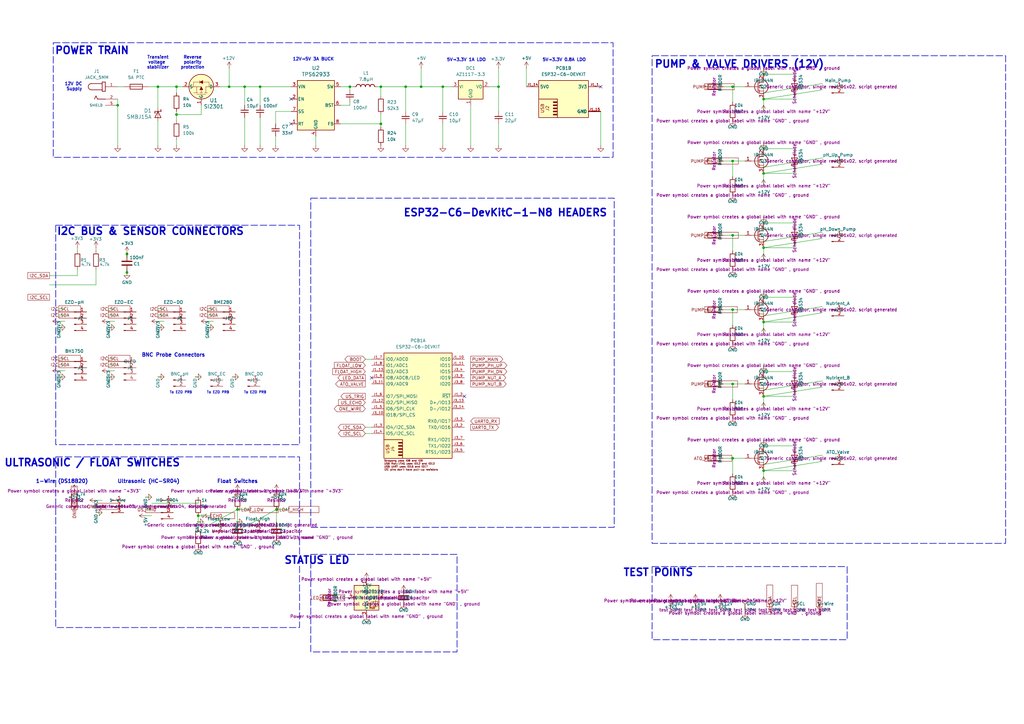
<source format=kicad_sch>
(kicad_sch (version 20250114) (generator "eeschema") (generator_version "9.0")
  (paper "A3")
  (rectangle (start 21.844 17.526) (end 251.46 64.516) (stroke (width 0.254) (type dash)))
  (rectangle (start 127.46 81.28) (end 251.92 216.28) (stroke (width 0.254) (type dash)))
  (rectangle (start 22.86 92.38) (end 122.86 182.38) (stroke (width 0.254) (type dash)))
  (rectangle (start 22.86 187.38) (end 122.86 257.38) (stroke (width 0.254) (type dash)))
  (rectangle (start 267.46 22.86) (end 412.46 222.86) (stroke (width 0.254) (type dash)))
  (rectangle (start 127.46 227.38) (end 187.46 267.38) (stroke (width 0.254) (type dash)))
  (rectangle (start 267.46 232.38) (end 347.46 262.38) (stroke (width 0.254) (type dash)))
  (text "5V→3.3V 1A LDO" (at 191.262 24.638 0) (effects (font (size 1.27 1.27) (bold yes))))
  (text "POWER TRAIN" (at 22.352 20.828 0) (effects (font (size 3 3) (bold yes)) (justify left)))
  (text "Reverse\npolarity\nprotection" (at 78.994 25.654 0) (effects (font (size 1.27 1.27) (bold yes))))
  (text "5V→3.3V 0.8A LDO" (at 231.394 24.638 0) (effects (font (size 1.27 1.27) (bold yes))))
  (text "12V DC\nSupply" (at 33.782 35.56 0) (effects (font (size 1.27 1.27) (bold yes)) (justify right)))
  (text "Transient\nvoltage \nstabilizer" (at 64.77 25.654 0) (effects (font (size 1.27 1.27) (bold yes))))
  (text "12V→5V 3A BUCK" (at 128.524 24.384 0) (effects (font (size 1.27 1.27) (bold yes))))
  (text "ESP32-C6-DevKitC-1-N8 HEADERS" (at 207.264 87.376 0) (effects (font (size 3 3) (bold yes))))
  (text "I2C BUS & SENSOR CONNECTORS" (at 61.722 94.996 0) (effects (font (size 3 3) (bold yes))))
  (text "BNC Probe Connectors" (at 71.12 145.72 0) (effects (font (size 1.5 1.5) (bold yes))))
  (text "To EZO PRB" (at 74.168 161.036 0) (effects (font (size 1 1) (bold yes))))
  (text "To EZO PRB" (at 89.408 161.036 0) (effects (font (size 1 1) (bold yes))))
  (text "To EZO PRB" (at 104.648 161.036 0) (effects (font (size 1 1) (bold yes))))
  (text "1-WIRE / ULTRASONIC / FLOAT SWITCHES" (at 25.4 189.92 0) (effects (font (size 3 3) (bold yes))))
  (text "1-Wire (DS18B20)" (at 25.4 197.54 0) (effects (font (size 1.5 1.5) (bold yes))))
  (text "Ultrasonic (HC-SR04)" (at 60.96 197.54 0) (effects (font (size 1.5 1.5) (bold yes))))
  (text "Float Switches" (at 97.4 197.54 0) (effects (font (size 1.5 1.5) (bold yes))))
  (text "PUMP & VALVE DRIVERS (12V)" (at 303.276 26.416 0) (effects (font (size 3 3) (bold yes))))
  (text "STATUS LED" (at 130 229.92 0) (effects (font (size 3 3) (bold yes))))
  (text "TEST POINTS" (at 270 234.92 0) (effects (font (size 3 3) (bold yes))))
  (junction (at 64.77 35.56))
  (junction (at 204.47 35.56))
  (junction (at 166.37 35.56))
  (junction (at 100.33 35.56))
  (junction (at 52.07 104.14))
  (junction (at 156.21 35.56))
  (junction (at 172.72 35.56))
  (junction (at 156.21 50.8))
  (junction (at 181.61 35.56))
  (junction (at 72.39 46.99))
  (junction (at 93.98 35.56))
  (junction (at 81.28 211.51))
  (junction (at 97.4 208.97))
  (junction (at 113.4 208.97))
  (junction (at 300.48 35.56))
  (junction (at 313.18 40.64))
  (junction (at 300.48 66.04))
  (junction (at 313.18 71.12))
  (junction (at 300.48 96.52))
  (junction (at 313.18 101.6))
  (junction (at 300.48 127))
  (junction (at 313.18 132.08))
  (junction (at 300.48 157.48))
  (junction (at 313.18 162.56))
  (junction (at 300.48 187.96))
  (junction (at 313.18 193.04))
  (junction (at 52.07 111.76))
  (junction (at 143.51 35.56))
  (junction (at 72.39 35.56))
  (junction (at 106.68 35.56))
  (junction (at 48.26 43.18))
  (no_connect (at 190.5 162.56))
  (no_connect (at 152.4 154.94))
  (no_connect (at 157.94 245.16))
  (no_connect (at 246.38 35.56))
  (no_connect (at 119.38 50.8))
  (no_connect (at 119.38 40.64))
  (wire (pts (xy 113.03 45.72) (xy 113.03 50.8)))
  (wire (pts (xy 181.61 35.56) (xy 185.42 35.56)))
  (wire (pts (xy 143.51 35.56) (xy 143.51 36.83)))
  (wire (pts (xy 72.39 35.56) (xy 74.93 35.56)))
  (wire (pts (xy 300.48 66.04) (xy 305.56 66.04)))
  (wire (pts (xy 129.54 55.88) (xy 129.54 59.69)))
  (wire (pts (xy 72.39 57.15) (xy 72.39 59.69)))
  (wire (pts (xy 166.37 35.56) (xy 172.72 35.56)))
  (wire (pts (xy 149.86 177.8) (xy 152.4 177.8)))
  (wire (pts (xy 181.61 35.56) (xy 181.61 45.72)))
  (wire (pts (xy 106.68 35.56) (xy 106.68 43.18)))
  (wire (pts (xy 156.21 39.37) (xy 156.21 35.56)))
  (wire (pts (xy 113.03 55.88) (xy 113.03 59.69)))
  (wire (pts (xy 48.26 43.18) (xy 48.26 59.69)))
  (wire (pts (xy 20.32 113.03) (xy 31.75 113.03)))
  (wire (pts (xy 64.77 35.56) (xy 64.77 44.45)))
  (wire (pts (xy 156.21 46.99) (xy 156.21 50.8)))
  (wire (pts (xy 93.98 27.94) (xy 93.98 35.56)))
  (wire (pts (xy 154.94 35.56) (xy 156.21 35.56)))
  (wire (pts (xy 106.68 35.56) (xy 119.38 35.56)))
  (wire (pts (xy 90.17 35.56) (xy 93.98 35.56)))
  (wire (pts (xy 48.26 35.56) (xy 50.8 35.56)))
  (wire (pts (xy 72.39 45.72) (xy 72.39 46.99)))
  (wire (pts (xy 139.7 50.8) (xy 156.21 50.8)))
  (wire (pts (xy 156.21 52.07) (xy 156.21 50.8)))
  (wire (pts (xy 100.33 48.26) (xy 100.33 59.69)))
  (wire (pts (xy 139.7 35.56) (xy 143.51 35.56)))
  (wire (pts (xy 204.47 27.94) (xy 204.47 35.56)))
  (wire (pts (xy 100.33 35.56) (xy 100.33 43.18)))
  (wire (pts (xy 60.96 35.56) (xy 64.77 35.56)))
  (wire (pts (xy 52.07 110.49) (xy 52.07 111.76)))
  (wire (pts (xy 72.39 46.99) (xy 72.39 49.53)))
  (wire (pts (xy 82.55 43.18) (xy 82.55 46.99)))
  (wire (pts (xy 31.75 102.87) (xy 31.75 101.6)))
  (wire (pts (xy 300.48 127) (xy 305.56 127)))
  (wire (pts (xy 166.37 50.8) (xy 166.37 59.69)))
  (wire (pts (xy 204.47 50.8) (xy 204.47 59.69)))
  (wire (pts (xy 166.37 35.56) (xy 166.37 45.72)))
  (wire (pts (xy 300.48 187.96) (xy 305.56 187.96)))
  (wire (pts (xy 215.9 27.94) (xy 215.9 35.56)))
  (wire (pts (xy 39.37 101.6) (xy 39.37 102.87)))
  (wire (pts (xy 26.67 134.29) (xy 24.13 134.29)))
  (wire (pts (xy 26.67 131.75) (xy 24.13 131.75)))
  (wire (pts (xy 26.67 129.21) (xy 24.13 129.21)))
  (wire (pts (xy 26.67 126.67) (xy 24.13 126.67)))
  (wire (pts (xy 46.99 134.29) (xy 44.45 134.29)))
  (wire (pts (xy 46.99 131.75) (xy 44.45 131.75)))
  (wire (pts (xy 46.99 129.21) (xy 44.45 129.21)))
  (wire (pts (xy 46.99 126.67) (xy 44.45 126.67)))
  (wire (pts (xy 67.31 134.29) (xy 64.77 134.29)))
  (wire (pts (xy 67.31 131.75) (xy 64.77 131.75)))
  (wire (pts (xy 67.31 129.21) (xy 64.77 129.21)))
  (wire (pts (xy 67.31 126.67) (xy 64.77 126.67)))
  (wire (pts (xy 87.63 134.29) (xy 85.09 134.29)))
  (wire (pts (xy 87.63 131.75) (xy 85.09 131.75)))
  (wire (pts (xy 87.63 129.21) (xy 85.09 129.21)))
  (wire (pts (xy 87.63 126.67) (xy 85.09 126.67)))
  (wire (pts (xy 26.67 154.61) (xy 24.13 154.61)))
  (wire (pts (xy 26.67 152.07) (xy 24.13 152.07)))
  (wire (pts (xy 26.67 149.53) (xy 24.13 149.53)))
  (wire (pts (xy 26.67 146.99) (xy 24.13 146.99)))
  (wire (pts (xy 46.99 154.61) (xy 44.45 154.61)))
  (wire (pts (xy 46.99 152.07) (xy 44.45 152.07)))
  (wire (pts (xy 46.99 149.53) (xy 44.45 149.53)))
  (wire (pts (xy 46.99 146.99) (xy 44.45 146.99)))
  (wire (pts (xy 67.31 154.61) (xy 64.77 154.61)))
  (wire (pts (xy 82.55 154.61) (xy 80.01 154.61)))
  (wire (pts (xy 97.79 154.61) (xy 95.25 154.61)))
  (wire (pts (xy 41.91 210.24) (xy 39.37 210.24)))
  (wire (pts (xy 41.91 207.7) (xy 39.37 207.7)))
  (wire (pts (xy 41.91 205.16) (xy 39.37 205.16)))
  (wire (pts (xy 62.23 211.51) (xy 59.69 211.51)))
  (wire (pts (xy 62.23 208.97) (xy 59.69 208.97)))
  (wire (pts (xy 62.23 206.43) (xy 81.28 206.43)))
  (wire (pts (xy 81.28 206.43) (xy 81.28 203.89)))
  (wire (pts (xy 81.28 211.51) (xy 81.28 216.59)))
  (wire (pts (xy 81.28 211.51) (xy 86.36 211.51)))
  (wire (pts (xy 62.23 203.89) (xy 59.69 203.89)))
  (wire (pts (xy 97.4 208.97) (xy 102.48 208.97)))
  (wire (pts (xy 97.4 208.97) (xy 97.4 215.32)))
  (wire (pts (xy 83.43 216.59) (xy 97.4 208.97)))
  (wire (pts (xy 83.43 214.05) (xy 80.89 214.05)))
  (wire (pts (xy 113.4 208.97) (xy 118.48 208.97)))
  (wire (pts (xy 113.4 208.97) (xy 113.4 215.32)))
  (wire (pts (xy 99.43 216.59) (xy 113.4 208.97)))
  (wire (pts (xy 99.43 214.05) (xy 96.89 214.05)))
  (wire (pts (xy 296.67 35.56) (xy 300.48 35.56)))
  (wire (pts (xy 300.48 41.91) (xy 300.48 35.56)))
  (wire (pts (xy 313.18 40.64) (xy 325.88 40.64)))
  (wire (pts (xy 325.88 40.64) (xy 325.88 39.37)))
  (wire (pts (xy 325.88 31.75) (xy 325.88 30.48)))
  (wire (pts (xy 313.18 30.48) (xy 325.88 30.48)))
  (wire (pts (xy 313.18 40.64) (xy 313.18 45.72)))
  (wire (pts (xy 313.18 30.48) (xy 313.18 27.94)))
  (wire (pts (xy 337.31 36.83) (xy 313.18 40.64)))
  (wire (pts (xy 337.31 34.29) (xy 313.18 38.1)))
  (wire (pts (xy 296.67 66.04) (xy 300.48 66.04)))
  (wire (pts (xy 300.48 72.39) (xy 300.48 66.04)))
  (wire (pts (xy 313.18 71.12) (xy 325.88 71.12)))
  (wire (pts (xy 325.88 71.12) (xy 325.88 69.85)))
  (wire (pts (xy 325.88 62.23) (xy 325.88 60.96)))
  (wire (pts (xy 313.18 60.96) (xy 325.88 60.96)))
  (wire (pts (xy 313.18 71.12) (xy 313.18 76.2)))
  (wire (pts (xy 313.18 60.96) (xy 313.18 58.42)))
  (wire (pts (xy 337.31 67.31) (xy 313.18 71.12)))
  (wire (pts (xy 337.31 64.77) (xy 313.18 68.58)))
  (wire (pts (xy 296.67 96.52) (xy 300.48 96.52)))
  (wire (pts (xy 300.48 102.87) (xy 300.48 96.52)))
  (wire (pts (xy 313.18 101.6) (xy 325.88 101.6)))
  (wire (pts (xy 325.88 101.6) (xy 325.88 100.33)))
  (wire (pts (xy 325.88 92.71) (xy 325.88 91.44)))
  (wire (pts (xy 313.18 91.44) (xy 325.88 91.44)))
  (wire (pts (xy 313.18 101.6) (xy 313.18 106.68)))
  (wire (pts (xy 313.18 91.44) (xy 313.18 88.9)))
  (wire (pts (xy 337.31 97.79) (xy 313.18 101.6)))
  (wire (pts (xy 337.31 95.25) (xy 313.18 99.06)))
  (wire (pts (xy 296.67 127) (xy 300.48 127)))
  (wire (pts (xy 300.48 133.35) (xy 300.48 127)))
  (wire (pts (xy 313.18 132.08) (xy 325.88 132.08)))
  (wire (pts (xy 325.88 132.08) (xy 325.88 130.81)))
  (wire (pts (xy 325.88 123.19) (xy 325.88 121.92)))
  (wire (pts (xy 313.18 121.92) (xy 325.88 121.92)))
  (wire (pts (xy 313.18 132.08) (xy 313.18 137.16)))
  (wire (pts (xy 313.18 121.92) (xy 313.18 119.38)))
  (wire (pts (xy 337.31 128.27) (xy 313.18 132.08)))
  (wire (pts (xy 337.31 125.73) (xy 313.18 129.54)))
  (wire (pts (xy 296.67 157.48) (xy 300.48 157.48)))
  (wire (pts (xy 300.48 163.83) (xy 300.48 157.48)))
  (wire (pts (xy 313.18 162.56) (xy 325.88 162.56)))
  (wire (pts (xy 325.88 162.56) (xy 325.88 161.29)))
  (wire (pts (xy 325.88 153.67) (xy 325.88 152.4)))
  (wire (pts (xy 313.18 152.4) (xy 325.88 152.4)))
  (wire (pts (xy 313.18 162.56) (xy 313.18 167.64)))
  (wire (pts (xy 313.18 152.4) (xy 313.18 149.86)))
  (wire (pts (xy 337.31 158.75) (xy 313.18 162.56)))
  (wire (pts (xy 337.31 156.21) (xy 313.18 160.02)))
  (wire (pts (xy 296.67 187.96) (xy 300.48 187.96)))
  (wire (pts (xy 300.48 194.31) (xy 300.48 187.96)))
  (wire (pts (xy 313.18 193.04) (xy 325.88 193.04)))
  (wire (pts (xy 325.88 193.04) (xy 325.88 191.77)))
  (wire (pts (xy 325.88 184.15) (xy 325.88 182.88)))
  (wire (pts (xy 313.18 182.88) (xy 325.88 182.88)))
  (wire (pts (xy 313.18 193.04) (xy 313.18 198.12)))
  (wire (pts (xy 313.18 182.88) (xy 313.18 180.34)))
  (wire (pts (xy 337.31 189.23) (xy 313.18 193.04)))
  (wire (pts (xy 337.31 186.69) (xy 313.18 190.5)))
  (wire (pts (xy 138.89 245.16) (xy 142.7 245.16)))
  (wire (pts (xy 275.08 248.89) (xy 275.08 246.35)))
  (wire (pts (xy 285.24 248.89) (xy 285.24 246.35)))
  (wire (pts (xy 295.4 248.89) (xy 295.4 246.35)))
  (wire (pts (xy 305.56 248.89) (xy 305.56 251.43)))
  (wire (pts (xy 72.39 35.56) (xy 72.39 38.1)))
  (wire (pts (xy 20.32 116.84) (xy 39.37 116.84)))
  (wire (pts (xy 172.72 27.94) (xy 172.72 35.56)))
  (wire (pts (xy 172.72 35.56) (xy 181.61 35.56)))
  (wire (pts (xy 93.98 35.56) (xy 100.33 35.56)))
  (wire (pts (xy 64.77 49.53) (xy 64.77 59.69)))
  (wire (pts (xy 149.86 147.32) (xy 152.4 147.32)))
  (wire (pts (xy 100.33 35.56) (xy 106.68 35.56)))
  (wire (pts (xy 143.51 41.91) (xy 143.51 43.18)))
  (wire (pts (xy 106.68 48.26) (xy 106.68 59.69)))
  (wire (pts (xy 300.48 35.56) (xy 305.56 35.56)))
  (wire (pts (xy 139.7 43.18) (xy 143.51 43.18)))
  (wire (pts (xy 246.38 45.72) (xy 246.38 59.69)))
  (wire (pts (xy 39.37 116.84) (xy 39.37 110.49)))
  (wire (pts (xy 204.47 35.56) (xy 204.47 45.72)))
  (wire (pts (xy 64.77 35.56) (xy 72.39 35.56)))
  (wire (pts (xy 119.38 45.72) (xy 113.03 45.72)))
  (wire (pts (xy 149.86 175.26) (xy 152.4 175.26)))
  (wire (pts (xy 200.66 35.56) (xy 204.47 35.56)))
  (wire (pts (xy 52.07 104.14) (xy 52.07 103.81)))
  (wire (pts (xy 31.75 110.49) (xy 31.75 113.03)))
  (wire (pts (xy 156.21 35.56) (xy 166.37 35.56)))
  (wire (pts (xy 300.48 157.48) (xy 305.56 157.48)))
  (wire (pts (xy 48.26 40.64) (xy 48.26 43.18)))
  (wire (pts (xy 143.51 35.56) (xy 144.78 35.56)))
  (wire (pts (xy 72.39 46.99) (xy 82.55 46.99)))
  (wire (pts (xy 181.61 50.8) (xy 181.61 59.69)))
  (wire (pts (xy 193.04 43.18) (xy 193.04 59.69)))
  (wire (pts (xy 300.48 96.52) (xy 305.56 96.52)))
  (wire (pts (xy 52.07 105.41) (xy 52.07 104.14)))
  (global_label "LED_DATA" (shape output) (at 149.86 154.94 180) (property "Intersheetrefs" "${INTERSHEET_REFS}" (effects (hide yes))))
  (global_label "FLOAT_LOW" (shape input) (at 149.86 149.86 180) (property "Intersheetrefs" "${INTERSHEET_REFS}" (effects (hide yes))))
  (global_label "PUMP_MAIN" (shape output) (at 193.04 147.32 0) (property "Intersheetrefs" "${INTERSHEET_REFS}" (effects (hide yes))))
  (global_label "US_TRIG" (shape output) (at 149.86 162.56 180) (property "Intersheetrefs" "${INTERSHEET_REFS}" (effects (hide yes))))
  (global_label "PUMP_PH_DN" (shape output) (at 193.04 152.4 0) (property "Intersheetrefs" "${INTERSHEET_REFS}" (effects (hide yes))))
  (global_label "BOOT" (shape bidirectional) (at 149.86 147.32 180) (property "Intersheetrefs" "${INTERSHEET_REFS}" (effects (hide yes))))
  (global_label "ATO_VALVE" (shape output) (at 149.86 157.48 180) (property "Intersheetrefs" "${INTERSHEET_REFS}" (effects (hide yes))))
  (global_label "PUMP_NUT_A" (shape output) (at 193.04 154.94 0) (property "Intersheetrefs" "${INTERSHEET_REFS}" (effects (hide yes))))
  (global_label "PUMP_NUT_B" (shape output) (at 193.04 157.48 0) (property "Intersheetrefs" "${INTERSHEET_REFS}" (effects (hide yes))))
  (global_label "ONE_WIRE" (shape bidirectional) (at 149.86 167.64 180) (property "Intersheetrefs" "${INTERSHEET_REFS}" (effects (hide yes))))
  (global_label "US_ECHO" (shape input) (at 149.86 165.1 180) (property "Intersheetrefs" "${INTERSHEET_REFS}" (effects (hide yes))))
  (global_label "UART0_RX" (shape input) (at 193.04 172.72 0) (property "Intersheetrefs" "${INTERSHEET_REFS}" (effects (hide yes))))
  (global_label "I2C_SCL" (shape bidirectional) (at 149.86 177.8 180) (property "Intersheetrefs" "${INTERSHEET_REFS}" (effects (hide yes))))
  (global_label "I2C_SDA" (shape bidirectional) (at 149.86 175.26 180) (property "Intersheetrefs" "${INTERSHEET_REFS}" (effects (hide yes))))
  (global_label "I2C_SDA" (shape passive) (at 20.32 113.03 180) (property "Intersheetrefs" "${INTERSHEET_REFS}" (effects (hide yes))))
  (global_label "I2C_SCL" (shape passive) (at 20.32 121.92 180) (property "Intersheetrefs" "${INTERSHEET_REFS}" (effects (hide yes))))
  (global_label "I2C_SDA" (shape passive) (at 24.13 129.21 0) (property "Intersheetrefs" "${INTERSHEET_REFS}" (effects (hide yes))))
  (global_label "I2C_SCL" (shape passive) (at 24.13 126.67 0) (property "Intersheetrefs" "${INTERSHEET_REFS}" (effects (hide yes))))
  (global_label "I2C_SDA" (shape passive) (at 44.45 129.21 0) (property "Intersheetrefs" "${INTERSHEET_REFS}" (effects (hide yes))))
  (global_label "I2C_SCL" (shape passive) (at 44.45 126.67 0) (property "Intersheetrefs" "${INTERSHEET_REFS}" (effects (hide yes))))
  (global_label "I2C_SDA" (shape passive) (at 64.77 129.21 0) (property "Intersheetrefs" "${INTERSHEET_REFS}" (effects (hide yes))))
  (global_label "I2C_SCL" (shape passive) (at 64.77 126.67 0) (property "Intersheetrefs" "${INTERSHEET_REFS}" (effects (hide yes))))
  (global_label "I2C_SDA" (shape passive) (at 85.09 129.21 0) (property "Intersheetrefs" "${INTERSHEET_REFS}" (effects (hide yes))))
  (global_label "I2C_SCL" (shape passive) (at 85.09 126.67 0) (property "Intersheetrefs" "${INTERSHEET_REFS}" (effects (hide yes))))
  (global_label "I2C_SDA" (shape passive) (at 24.13 149.53 0) (property "Intersheetrefs" "${INTERSHEET_REFS}" (effects (hide yes))))
  (global_label "I2C_SCL" (shape passive) (at 24.13 146.99 0) (property "Intersheetrefs" "${INTERSHEET_REFS}" (effects (hide yes))))
  (global_label "I2C_SDA" (shape passive) (at 44.45 149.53 0) (property "Intersheetrefs" "${INTERSHEET_REFS}" (effects (hide yes))))
  (global_label "I2C_SCL" (shape passive) (at 44.45 146.99 0) (property "Intersheetrefs" "${INTERSHEET_REFS}" (effects (hide yes))))
  (global_label "ONEWIRE" (shape passive) (at 30.48 208.97 90) (property "Intersheetrefs" "${INTERSHEET_REFS}" (effects (hide yes))))
  (global_label "ONEWIRE" (shape passive) (at 39.37 207.7 0) (property "Intersheetrefs" "${INTERSHEET_REFS}" (effects (hide yes))))
  (global_label "US_TRIG" (shape passive) (at 59.69 208.97 0) (property "Intersheetrefs" "${INTERSHEET_REFS}" (effects (hide yes))))
  (global_label "US_ECHO" (shape passive) (at 86.36 211.51 0) (property "Intersheetrefs" "${INTERSHEET_REFS}" (effects (hide yes))))
  (global_label "FLOAT_LOW" (shape passive) (at 102.48 208.97 0) (property "Intersheetrefs" "${INTERSHEET_REFS}" (effects (hide yes))))
  (global_label "FLOAT_HIGH" (shape passive) (at 118.48 208.97 0) (property "Intersheetrefs" "${INTERSHEET_REFS}" (effects (hide yes))))
  (global_label "PUMP_MAIN" (shape passive) (at 289.05 35.56 0) (property "Intersheetrefs" "${INTERSHEET_REFS}" (effects (hide yes))))
  (global_label "PUMP_PH_UP" (shape passive) (at 289.05 66.04 0) (property "Intersheetrefs" "${INTERSHEET_REFS}" (effects (hide yes))))
  (global_label "PUMP_PH_DN" (shape passive) (at 289.05 96.52 0) (property "Intersheetrefs" "${INTERSHEET_REFS}" (effects (hide yes))))
  (global_label "PUMP_NUT_A" (shape passive) (at 289.05 127 0) (property "Intersheetrefs" "${INTERSHEET_REFS}" (effects (hide yes))))
  (global_label "PUMP_NUT_B" (shape passive) (at 289.05 157.48 0) (property "Intersheetrefs" "${INTERSHEET_REFS}" (effects (hide yes))))
  (global_label "ATO_VALVE" (shape passive) (at 289.05 187.96 0) (property "Intersheetrefs" "${INTERSHEET_REFS}" (effects (hide yes))))
  (global_label "LED_DATA" (shape passive) (at 131.27 245.16 0) (property "Intersheetrefs" "${INTERSHEET_REFS}" (effects (hide yes))))
  (global_label "I2C_SDA" (shape passive) (at 315.72 248.89 90) (property "Intersheetrefs" "${INTERSHEET_REFS}" (effects (hide yes))))
  (global_label "I2C_SCL" (shape passive) (at 325.88 248.89 90) (property "Intersheetrefs" "${INTERSHEET_REFS}" (effects (hide yes))))
  (global_label "ONEWIRE" (shape passive) (at 336.04 248.89 90) (property "Intersheetrefs" "${INTERSHEET_REFS}" (effects (hide yes))))
  (global_label "FLOAT_HIGH" (shape input) (at 149.86 152.4 180) (property "Intersheetrefs" "${INTERSHEET_REFS}" (effects (hide yes))))
  (global_label "UART0_TX" (shape output) (at 193.04 175.26 0) (property "Intersheetrefs" "${INTERSHEET_REFS}" (effects (hide yes))))
  (global_label "PUMP_PH_UP" (shape output) (at 193.04 149.86 0) (property "Intersheetrefs" "${INTERSHEET_REFS}" (effects (hide yes))))
  (symbol (lib_id "Coert-Vonk:CAP CER 22μF 10V 0805") (at 204.47 48.26 90) (unit 1)
    (property "Reference" "C11" (at 207.01 46.92 90) (effects (justify right)))
    (property "Value" "22μF" (at 207.01 49.46 90) (effects (justify right)))
    (property "Footprint" "Coert-Vonk:CAP CER 22μF 10V 0805" (effects (hide yes)))
    (property "Datasheet" "https://mm.digikey.com/Volume0/opasdata/d220001/medias/docus/339/CL21A226MAYNNNE_Spec.pdf" (effects (hide yes)))
    (property "Description" "Capacitor Ceramic 22 µF ±20% 25V X5R 0805" (effects (hide yes)))
    (property "DKPN" "1276-CL21A226MAYNNNECT-ND" (effects (hide yes)))
  )
  (symbol (lib_id "Coert-Vonk:IND 7.8µH 10A 20.5mΩ") (at 149.86 35.56 0) (unit 1)
    (property "Reference" "L1" (at 150.114 29.972 0))
    (property "Value" "7.8µH" (at 150.114 32.512 0))
    (property "Footprint" "Coert-Vonk:IND 7.8µH 10A 20.5mΩ" (effects (hide yes)))
    (property "Datasheet" "https://www.vishay.com/docs/34126/ihlp-5050ez-01.pdf" (effects (hide yes)))
    (property "Description" "7.8 µH Shielded Molded Inductor 10 A 20.5mOhm Max Nonstandard" (effects (hide yes)))
    (property "DKPN" "541-IHLP5050EZER7R8M01CT-ND" (effects (hide yes)))
  )
  (symbol (lib_id "power:GND") (at 156.21 59.69 0) (unit 1)
    (property "Reference" "#PWR076" (effects (hide yes)))
    (property "Value" "GND" (effects (hide yes)))
    (property "Description" "Power symbol creates a global label with name \"GND\" , ground" (effects (hide yes)))
  )
  (symbol (lib_id "power:GND") (at 48.26 59.69 0) (unit 1)
    (property "Reference" "#PWR01" (effects (hide yes)))
    (property "Value" "GND" (effects (hide yes)))
    (property "Description" "Power symbol creates a global label with name \"GND\" , ground" (effects (hide yes)))
  )
  (symbol (lib_id "power:GND") (at 204.47 59.69 0) (unit 1)
    (property "Reference" "#PWR082" (effects (hide yes)))
    (property "Value" "GND" (effects (hide yes)))
    (property "Description" "Power symbol creates a global label with name \"GND\" , ground" (effects (hide yes)))
  )
  (symbol (lib_id "Coert-Vonk:REG 3.3V 1A LDO AZ1117-3.3") (at 187.96 33.02 0) (unit 1)
    (property "Reference" "DC1" (at 193.04 27.94 0))
    (property "Value" "AZ1117-3.3" (at 193.04 30.48 0))
    (property "Footprint" "Coert-Vonk:REG 3.3V 1A LDO AZ1117-3.3" (effects (hide yes)))
    (property "Datasheet" "https://www.diodes.com/assets/Datasheets/AZ1117I.pdf" (effects (hide yes)))
    (property "Description" "Linear Voltage Regulator IC Positive Fixed 1 Output 1A SOT-223-3" (effects (hide yes)))
    (property "DKPN" "AZ1117IH-3.3TRG1DICT-ND" (effects (hide yes)))
  )
  (symbol (lib_id "power:+3.3V") (at 204.47 27.94 0) (unit 1)
    (property "Reference" "#PWR079" (effects (hide yes)))
    (property "Value" "+3.3V" (at 204.216 24.13 0))
    (property "Description" "Power symbol creates a global label with name \"+3.3V\"" (effects (hide yes)))
  )
  (symbol (lib_id "power:GND") (at 64.77 59.69 0) (unit 1)
    (property "Reference" "#PWR022" (effects (hide yes)))
    (property "Value" "GND" (effects (hide yes)))
    (property "Description" "Power symbol creates a global label with name \"GND\" , ground" (effects (hide yes)))
  )
  (symbol (lib_id "Coert-Vonk:RES 52.3kΩ ±1% 1/8W 0805") (at 156.21 46.99 90) (unit 1)
    (property "Reference" "R23" (at 158.75 41.9099 90) (effects (justify right)))
    (property "Value" "52k3" (at 158.75 44.4499 90) (effects (justify right)))
    (property "Footprint" "Coert-Vonk:RES 52.3kΩ 0805" (effects (hide yes)))
    (property "Datasheet" "https://yageogroup.com/content/datasheet/asset/file/PYU-RC_GROUP_51_ROHS_L" (effects (hide yes)))
    (property "Description" "52.3 kOhms ±1% 0.125W, 1/8W Chip Resistor 0805 Moisture Resistant Thick Film" (effects (hide yes)))
    (property "DKPN" "311-52.3KCRCT-ND" (effects (hide yes)))
  )
  (symbol (lib_id "Coert-Vonk:CAP CER 10µF 25V 0805") (at 100.33 45.72 90) (unit 1)
    (property "Reference" "C4" (at 101.092 40.894 90) (effects (justify right)))
    (property "Value" "10μF" (at 101.092 43.434 90) (effects (justify right)))
    (property "Footprint" "Coert-Vonk:CAP CER 10µF 25V 0805" (effects (hide yes)))
    (property "Datasheet" "https://weblib.samsungsem.com/mlcc/mlcc-ec-data-sheet.do?partNumber=CL05Y105KP6VPN" (effects (hide yes)))
    (property "Description" "Capacitor Ceramic 10 µF ±10% 25V X5R 0805" (effects (hide yes)))
    (property "DKPN" "1276-6454-1-ND" (effects (hide yes)))
  )
  (symbol (lib_id "Coert-Vonk:CONN JACK 2X5.5mm PJ-063AH") (at 43.18 38.1 0) (unit 1)
    (property "Reference" "J1" (at 39.6903 29.21 0))
    (property "Value" "JACK_5MM" (at 39.6903 31.75 0))
    (property "Footprint" "Coert-Vonk:CONN JACK 2X5.5mm PJ-063AH" (effects (hide yes)))
    (property "Datasheet" "https://www.cuidevices.com/product/resource/pj-063ah.pdf" (effects (hide yes)))
    (property "Description" "Power Barrel Connector Jack 2.10mm ID (0.083\"), 5.50mm OD (0.217\") Through Hole, Right Angle" (effects (hide yes)))
    (property "PARTREV" "1.02" (effects (hide yes)))
    (property "MANUFACTURER" "CUI INC" (effects (hide yes)))
    (property "STANDARD" "Manufacturer recommendations" (effects (hide yes)))
    (property "DKPN" "CP-063AH-ND" (effects (hide yes)))
  )
  (symbol (lib_id "power:+5V") (at 172.72 27.94 0) (unit 1)
    (property "Reference" "#PWR078" (effects (hide yes)))
    (property "Value" "+5V" (at 172.72 23.876 0))
    (property "Description" "Power symbol creates a global label with name \"+5V\"" (effects (hide yes)))
  )
  (symbol (lib_id "Coert-Vonk:EVAL ESP32-C6-DEVKITC-1-N8") (at 220.98 33.02 0) (unit 2)
    (property "Reference" "PCB1" (at 231.14 27.94 0))
    (property "Value" "ESP32-C6-DEVKIT" (at 231.14 30.48 0))
    (property "Footprint" "Coert-Vonk:EVAL ESP32-C6-DEVKITC" (effects (hide yes)))
    (property "Datasheet" "https://mm.digikey.com/Volume0/opasdata/d220001/medias/docus/5528/ESP32-C6-DEVKITC-1-N8.pdf" (effects (hide yes)))
    (property "Description" "The ESP32-C6-DEVKITC-1-N8 from Espressif Systems is a development board designed for RF, RFID, and wireless applications. Built around the ESP32-C6-WROOM-1 module, it supports multiple connectivity options including 802.11 b/g/n/ax Wi-Fi, Bluetooth® (BLE), and 802.15.4 for Thread and Zigbee® protocols. The board is powered by the ESP32-C6 chip with 8MB SPI flash, offering advanced processing power and efficient memory management. It features GPIO ports for extensive interfacing, along with a USB Type-C™ to UART port for power and communication. The board also includes a USB-to-UART bridge, pin header, and boot/reset buttons, operating at 3.3V with a 5V to 3.3V power regulator. This development board is ideal for exploring a wide range of wireless applications, including IoT, smart home devices, and RF communication projects." (effects (hide yes)))
    (property "DKPN" "ESP32-C6-DEVKITC-1-N8" (effects (hide yes)))
  )
  (symbol (lib_id "power:GND") (at 100.33 59.69 0) (unit 1)
    (property "Reference" "#PWR075" (effects (hide yes)))
    (property "Value" "GND" (effects (hide yes)))
    (property "Description" "Power symbol creates a global label with name \"GND\" , ground" (effects (hide yes)))
  )
  (symbol (lib_id "Coert-Vonk:EVAL ESP32-C6-DEVKITC-1-N8") (at 157.48 144.78 0) (unit 1)
    (property "Reference" "PCB1" (at 171.45 139.7 0))
    (property "Value" "ESP32-C6-DEVKIT" (at 171.45 142.24 0))
    (property "Footprint" "Coert-Vonk:EVAL ESP32-C6-DEVKITC" (effects (hide yes)))
    (property "Datasheet" "https://mm.digikey.com/Volume0/opasdata/d220001/medias/docus/5528/ESP32-C6-DEVKITC-1-N8.pdf" (effects (hide yes)))
    (property "Description" "The ESP32-C6-DEVKITC-1-N8 from Espressif Systems is a development board designed for RF, RFID, and wireless applications. Built around the ESP32-C6-WROOM-1 module, it supports multiple connectivity options including 802.11 b/g/n/ax Wi-Fi, Bluetooth® (BLE), and 802.15.4 for Thread and Zigbee® protocols. The board is powered by the ESP32-C6 chip with 8MB SPI flash, offering advanced processing power and efficient memory management. It features GPIO ports for extensive interfacing, along with a USB Type-C™ to UART port for power and communication. The board also includes a USB-to-UART bridge, pin header, and boot/reset buttons, operating at 3.3V with a 5V to 3.3V power regulator. This development board is ideal for exploring a wide range of wireless applications, including IoT, smart home devices, and RF communication projects." (effects (hide yes)))
    (property "DKPN" "ESP32-C6-DEVKITC-1-N8" (effects (hide yes)))
  )
  (symbol (lib_id "power:GND") (at 181.61 59.69 0) (unit 1)
    (property "Reference" "#PWR080" (effects (hide yes)))
    (property "Value" "GND" (effects (hide yes)))
    (property "Description" "Power symbol creates a global label with name \"GND\" , ground" (effects (hide yes)))
  )
  (symbol (lib_id "Coert-Vonk:CAP CER 100nF 25V 0805") (at 106.68 45.72 90) (unit 1)
    (property "Reference" "C5" (at 107.95 40.894 90) (effects (justify right)))
    (property "Value" "100nF" (at 107.95 43.434 90) (effects (justify right)))
    (property "Footprint" "Coert-Vonk:CAP CER 100nF 25V 0805" (effects (hide yes)))
    (property "Datasheet" "https://mm.digikey.com/Volume0/opasdata/d220001/medias/docus/1284/CL21B104KACNNNC_Spec.pdf" (effects (hide yes)))
    (property "Description" "Capacitor Ceramic 0.1 µF ±10% 25V X7R 0805" (effects (hide yes)))
    (property "DKPN" "1276-1099-1-ND" (effects (hide yes)))
  )
  (symbol (lib_id "power:GND") (at 106.68 59.69 0) (unit 1)
    (property "Reference" "#PWR074" (effects (hide yes)))
    (property "Value" "GND" (effects (hide yes)))
    (property "Description" "Power symbol creates a global label with name \"GND\" , ground" (effects (hide yes)))
  )
  (symbol (lib_id "Coert-Vonk:MOSFET P-CH 20V 3.1A SI2301CDS SOT23-3") (at 82.55 35.56 0) (unit 1)
    (property "Reference" "U1" (at 87.63 41.148 0) (effects (font (size 1.524 1.524))))
    (property "Value" "SI2301" (at 87.63 43.688 0) (effects (font (size 1.524 1.524))))
    (property "Footprint" "Coert-Vonk:MOSFET P-CH 20V 3.1A SI2301CDS SOT23-3" (effects (hide yes)))
    (property "Datasheet" "https://www.vishay.com/docs/68741/si2301cd.pdf" (effects (hide yes)))
    (property "Description" "P-Channel 20 V 3.1A (Tc) 860mW (Ta), 1.6W (Tc) Surface Mount SOT-23-3 (TO-236)" (effects (hide yes)))
    (property "DKPN" "SI2301CDS-T1-GE3CT-ND" (effects (hide yes)))
  )
  (symbol (lib_id "power:+5V") (at 215.9 27.94 0) (unit 1)
    (property "Reference" "#PWR036" (effects (hide yes)))
    (property "Value" "+5V" (at 215.9 23.876 0))
    (property "Description" "Power symbol creates a global label with name \"+5V\"" (effects (hide yes)))
  )
  (symbol (lib_id "Coert-Vonk:FUSE 5A 60V PTC RKEF500") (at 55.88 35.56 0) (unit 1)
    (property "Reference" "F1" (at 55.88 29.21 0))
    (property "Value" "5A PTC" (at 55.88 31.75 0))
    (property "Footprint" "Coert-Vonk:FUSE RKEF500 PTC 60V 5A" (effects (hide yes)))
    (property "Datasheet" "https://www.littelfuse.com/assetdocs/resettable-ptc-rkef-datasheet?assetguid=b5959439-1e75-4bb3-a055-68d67bee6314" (effects (hide yes)))
    (property "Description" "Polymeric PTC Resettable Fuse 60V 5 A Ih Through Hole Radial, Disc" (effects (hide yes)))
    (property "DKPN" "RKEF500HF-ND" (effects (hide yes)))
  )
  (symbol (lib_id "power:GND") (at 129.54 59.69 0) (unit 1)
    (property "Reference" "#PWR035" (effects (hide yes)))
    (property "Value" "GND" (effects (hide yes)))
    (property "Description" "Power symbol creates a global label with name \"GND\" , ground" (effects (hide yes)))
  )
  (symbol (lib_id "power:GND") (at 113.03 59.69 0) (unit 1)
    (property "Reference" "#PWR073" (effects (hide yes)))
    (property "Value" "GND" (effects (hide yes)))
    (property "Description" "Power symbol creates a global label with name \"GND\" , ground" (effects (hide yes)))
  )
  (symbol (lib_id "power:GND") (at 166.37 59.69 0) (unit 1)
    (property "Reference" "#PWR077" (effects (hide yes)))
    (property "Value" "GND" (effects (hide yes)))
    (property "Description" "Power symbol creates a global label with name \"GND\" , ground" (effects (hide yes)))
  )
  (symbol (lib_id "Device:R") (at 31.75 106.68 0) (unit 1)
    (property "Reference" "R1" (at 34.29 106.68 0))
    (property "Value" "4.7k" (at 35.306 108.458 0))
    (property "Footprint" "Resistor_SMD:R_0805_2012Metric" (effects (hide yes)))
    (property "Description" "Resistor" (effects (hide yes)))
  )
  (symbol (lib_id "power:+3V3") (at 31.75 101.6 0) (unit 1)
    (property "Reference" "#PWR06" (effects (hide yes)))
    (property "Value" "+3V3" (at 31.496 97.79 0))
    (property "Description" "Power symbol creates a global label with name \"+3V3\"" (effects (hide yes)))
  )
  (symbol (lib_id "Device:R") (at 39.37 106.68 0) (unit 1)
    (property "Reference" "R3" (at 41.91 106.68 0))
    (property "Value" "4.7k" (at 42.926 108.458 0))
    (property "Footprint" "Resistor_SMD:R_0805_2012Metric" (effects (hide yes)))
    (property "Description" "Resistor" (effects (hide yes)))
  )
  (symbol (lib_id "power:+3V3") (at 39.37 101.6 0) (unit 1)
    (property "Reference" "#PWR08" (effects (hide yes)))
    (property "Value" "+3V3" (at 39.116 98.044 0))
    (property "Description" "Power symbol creates a global label with name \"+3V3\"" (effects (hide yes)))
  )
  (symbol (lib_id "Device:C") (at 52.07 107.95 0) (unit 1)
    (property "Reference" "C1" (at 56.134 108.204 0))
    (property "Value" "100nF" (at 56.134 105.664 0))
    (property "Footprint" "Capacitor_SMD:C_0805_2012Metric" (effects (hide yes)))
    (property "Description" "Unpolarized capacitor" (effects (hide yes)))
  )
  (symbol (lib_id "power:+3V3") (at 52.07 103.81 0) (unit 1)
    (property "Reference" "#PWR015" (effects (hide yes)))
    (property "Value" "+3V3" (at 52.07 99.822 0))
    (property "Description" "Power symbol creates a global label with name \"+3V3\"" (effects (hide yes)))
  )
  (symbol (lib_id "power:GND") (at 52.07 111.76 0) (unit 1)
    (property "Reference" "#PWR016" (effects (hide yes)))
    (property "Value" "GND" (at 52.07 115.824 0))
    (property "Description" "Power symbol creates a global label with name \"GND\" , ground" (effects (hide yes)))
  )
  (symbol (lib_id "Connector:Conn_01x04_Pin") (at 30.48 130.48 0) (unit 1)
    (property "Reference" "J2" (at 33.02 130.48 0))
    (property "Value" "EZO-pH" (at 30.48 123.952 0))
    (property "Footprint" "Connector_JST:JST_PH_B4B-PH-K_1x04_P2.00mm_Vertical" (effects (hide yes)))
    (property "Description" "Generic connector, single row, 01x04, script generated" (effects (hide yes)))
  )
  (symbol (lib_id "power:GND") (at 24.13 134.29 90) (unit 1)
    (property "Reference" "#PWR03" (effects (hide yes)))
    (property "Value" "GND" (at 24.13 136.83 0))
    (property "Description" "Power symbol creates a global label with name \"GND\" , ground" (effects (hide yes)))
  )
  (symbol (lib_id "power:+3V3") (at 24.13 131.75 90) (unit 1)
    (property "Reference" "#PWR02" (effects (hide yes)))
    (property "Value" "+3V3" (at 24.13 134.29 0))
    (property "Description" "Power symbol creates a global label with name \"+3V3\"" (effects (hide yes)))
  )
  (symbol (lib_id "Connector:Conn_01x04_Pin") (at 50.8 130.48 0) (unit 1)
    (property "Reference" "J5" (at 53.34 130.48 0))
    (property "Value" "EZO-EC" (at 50.8 123.952 0))
    (property "Footprint" "Connector_JST:JST_PH_B4B-PH-K_1x04_P2.00mm_Vertical" (effects (hide yes)))
    (property "Description" "Generic connector, single row, 01x04, script generated" (effects (hide yes)))
  )
  (symbol (lib_id "power:GND") (at 44.45 134.29 90) (unit 1)
    (property "Reference" "#PWR012" (effects (hide yes)))
    (property "Value" "GND" (at 44.45 136.83 0))
    (property "Description" "Power symbol creates a global label with name \"GND\" , ground" (effects (hide yes)))
  )
  (symbol (lib_id "power:+3V3") (at 44.45 131.75 90) (unit 1)
    (property "Reference" "#PWR011" (effects (hide yes)))
    (property "Value" "+3V3" (at 44.45 134.29 0))
    (property "Description" "Power symbol creates a global label with name \"+3V3\"" (effects (hide yes)))
  )
  (symbol (lib_id "Connector:Conn_01x04_Pin") (at 71.12 130.48 0) (unit 1)
    (property "Reference" "J8" (at 73.66 130.48 0))
    (property "Value" "EZO-DO" (at 71.12 123.952 0))
    (property "Footprint" "Connector_JST:JST_PH_B4B-PH-K_1x04_P2.00mm_Vertical" (effects (hide yes)))
    (property "Description" "Generic connector, single row, 01x04, script generated" (effects (hide yes)))
  )
  (symbol (lib_id "power:GND") (at 64.77 134.29 90) (unit 1)
    (property "Reference" "#PWR020" (effects (hide yes)))
    (property "Value" "GND" (at 64.77 136.83 0))
    (property "Description" "Power symbol creates a global label with name \"GND\" , ground" (effects (hide yes)))
  )
  (symbol (lib_id "power:+3V3") (at 64.77 131.75 90) (unit 1)
    (property "Reference" "#PWR019" (effects (hide yes)))
    (property "Value" "+3V3" (at 64.77 134.29 0))
    (property "Description" "Power symbol creates a global label with name \"+3V3\"" (effects (hide yes)))
  )
  (symbol (lib_id "Connector:Conn_01x04_Pin") (at 91.44 130.48 0) (unit 1)
    (property "Reference" "J12" (at 93.98 130.48 0))
    (property "Value" "BME280" (at 91.44 123.952 0))
    (property "Footprint" "Connector_JST:JST_PH_B4B-PH-K_1x04_P2.00mm_Vertical" (effects (hide yes)))
    (property "Description" "Generic connector, single row, 01x04, script generated" (effects (hide yes)))
  )
  (symbol (lib_id "power:GND") (at 85.09 134.29 90) (unit 1)
    (property "Reference" "#PWR028" (effects (hide yes)))
    (property "Value" "GND" (at 85.09 136.83 0))
    (property "Description" "Power symbol creates a global label with name \"GND\" , ground" (effects (hide yes)))
  )
  (symbol (lib_id "power:+3V3") (at 85.09 131.75 90) (unit 1)
    (property "Reference" "#PWR027" (effects (hide yes)))
    (property "Value" "+3V3" (at 85.09 134.29 0))
    (property "Description" "Power symbol creates a global label with name \"+3V3\"" (effects (hide yes)))
  )
  (symbol (lib_id "Connector:Conn_01x04_Pin") (at 30.48 150.8 0) (unit 1)
    (property "Reference" "J3" (at 33.02 150.8 0))
    (property "Value" "BH1750" (at 30.48 144.018 0))
    (property "Footprint" "Connector_JST:JST_PH_B4B-PH-K_1x04_P2.00mm_Vertical" (effects (hide yes)))
    (property "Description" "Generic connector, single row, 01x04, script generated" (effects (hide yes)))
  )
  (symbol (lib_id "power:GND") (at 24.13 154.61 90) (unit 1)
    (property "Reference" "#PWR05" (effects (hide yes)))
    (property "Value" "GND" (at 24.13 157.15 0))
    (property "Description" "Power symbol creates a global label with name \"GND\" , ground" (effects (hide yes)))
  )
  (symbol (lib_id "power:+3V3") (at 24.13 152.07 90) (unit 1)
    (property "Reference" "#PWR04" (effects (hide yes)))
    (property "Value" "+3V3" (at 24.13 154.61 0))
    (property "Description" "Power symbol creates a global label with name \"+3V3\"" (effects (hide yes)))
  )
  (symbol (lib_id "Connector:Conn_01x04_Pin") (at 50.8 150.8 0) (unit 1)
    (property "Reference" "J6" (at 53.34 150.8 0))
    (property "Value" "OLED" (at 53.34 148.26 0))
    (property "Footprint" "Connector_JST:JST_PH_B4B-PH-K_1x04_P2.00mm_Vertical" (effects (hide yes)))
    (property "Description" "Generic connector, single row, 01x04, script generated" (effects (hide yes)))
  )
  (symbol (lib_id "power:GND") (at 44.45 154.61 90) (unit 1)
    (property "Reference" "#PWR014" (effects (hide yes)))
    (property "Value" "GND" (at 44.45 157.15 0))
    (property "Description" "Power symbol creates a global label with name \"GND\" , ground" (effects (hide yes)))
  )
  (symbol (lib_id "power:+3V3") (at 44.45 152.07 90) (unit 1)
    (property "Reference" "#PWR013" (effects (hide yes)))
    (property "Value" "+3V3" (at 44.45 154.61 0))
    (property "Description" "Power symbol creates a global label with name \"+3V3\"" (effects (hide yes)))
  )
  (symbol (lib_id "Connector:Conn_01x02_Pin") (at 71.12 155.88 0) (unit 1)
    (property "Reference" "J9" (at 73.66 155.88 0))
    (property "Value" "BNC_pH" (at 73.66 153.34 0))
    (property "Footprint" "Connector:BNC_TEConnectivity_1478204_Vertical" (effects (hide yes)))
    (property "Description" "Generic connector, single row, 01x02, script generated" (effects (hide yes)))
  )
  (symbol (lib_id "power:GND") (at 64.77 154.61 90) (unit 1)
    (property "Reference" "#PWR021" (effects (hide yes)))
    (property "Value" "GND" (at 64.77 157.15 0))
    (property "Description" "Power symbol creates a global label with name \"GND\" , ground" (effects (hide yes)))
  )
  (symbol (lib_id "Connector:Conn_01x02_Pin") (at 86.36 155.88 0) (unit 1)
    (property "Reference" "J10" (at 88.9 155.88 0))
    (property "Value" "BNC_EC" (at 88.9 153.34 0))
    (property "Footprint" "Connector:BNC_TEConnectivity_1478204_Vertical" (effects (hide yes)))
    (property "Description" "Generic connector, single row, 01x02, script generated" (effects (hide yes)))
  )
  (symbol (lib_id "power:GND") (at 80.01 154.61 90) (unit 1)
    (property "Reference" "#PWR024" (effects (hide yes)))
    (property "Value" "GND" (at 80.01 157.15 0))
    (property "Description" "Power symbol creates a global label with name \"GND\" , ground" (effects (hide yes)))
  )
  (symbol (lib_id "Connector:Conn_01x02_Pin") (at 101.6 155.88 0) (unit 1)
    (property "Reference" "J13" (at 104.14 155.88 0))
    (property "Value" "BNC_DO" (at 104.14 153.34 0))
    (property "Footprint" "Connector:BNC_TEConnectivity_1478204_Vertical" (effects (hide yes)))
    (property "Description" "Generic connector, single row, 01x02, script generated" (effects (hide yes)))
  )
  (symbol (lib_id "power:GND") (at 95.25 154.61 90) (unit 1)
    (property "Reference" "#PWR029" (effects (hide yes)))
    (property "Value" "GND" (at 95.25 157.15 0))
    (property "Description" "Power symbol creates a global label with name \"GND\" , ground" (effects (hide yes)))
  )
  (symbol (lib_id "Device:R") (at 30.48 205.16 0) (unit 1)
    (property "Reference" "R2" (at 33.02 205.16 0))
    (property "Value" "4.7k" (at 33.02 202.62 0))
    (property "Footprint" "Resistor_SMD:R_0805_2012Metric" (effects (hide yes)))
    (property "Description" "Resistor" (at 30.48 205.16 0))
  )
  (symbol (lib_id "power:+3V3") (at 30.48 201.35 0) (unit 1)
    (property "Reference" "#PWR07" (effects (hide yes)))
    (property "Value" "+3V3" (at 30.48 203.89 0))
    (property "Description" "Power symbol creates a global label with name \"+3V3\"" (at 30.48 201.35 0))
  )
  (symbol (lib_id "Connector:Conn_01x03_Pin") (at 45.72 207.7 0) (unit 1)
    (property "Reference" "J4" (at 48.26 207.7 0))
    (property "Value" "1-Wire" (at 48.26 205.16 0))
    (property "Footprint" "Connector_JST:JST_PH_B3B-PH-K_1x03_P2.00mm_Vertical" (effects (hide yes)))
    (property "Description" "Generic connector, single row, 01x03, script generated" (at 45.72 207.7 0))
  )
  (symbol (lib_id "power:GND") (at 39.37 210.24 90) (unit 1)
    (property "Reference" "#PWR010" (effects (hide yes)))
    (property "Value" "GND" (at 39.37 212.78 0))
    (property "Description" "Power symbol creates a global label with name \"GND\" , ground" (effects (hide yes)))
  )
  (symbol (lib_id "power:+3V3") (at 39.37 205.16 90) (unit 1)
    (property "Reference" "#PWR09" (effects (hide yes)))
    (property "Value" "+3V3" (at 39.37 207.7 0))
    (property "Description" "Power symbol creates a global label with name \"+3V3\"" (effects (hide yes)))
  )
  (symbol (lib_id "Connector:Conn_01x04_Pin") (at 66.04 207.7 0) (unit 1)
    (property "Reference" "J7" (at 68.58 207.7 0))
    (property "Value" "HC-SR04" (at 68.58 205.16 0))
    (property "Footprint" "Connector_JST:JST_XH_B4B-XH-A_1x04_P2.50mm_Vertical" (effects (hide yes)))
    (property "Description" "Generic connector, single row, 01x04, script generated" (at 66.04 207.7 0))
  )
  (symbol (lib_id "power:+5V") (at 59.69 211.51 90) (unit 1)
    (property "Reference" "#PWR018" (effects (hide yes)))
    (property "Value" "+5V" (at 59.69 214.05 0))
    (property "Description" "Power symbol creates a global label with name \"+5V\"" (effects (hide yes)))
  )
  (symbol (lib_id "Device:R") (at 81.28 207.7 0) (unit 1)
    (property "Reference" "R6" (at 83.82 207.7 0))
    (property "Value" "1k" (at 83.82 205.16 0))
    (property "Footprint" "Resistor_SMD:R_0805_2012Metric" (effects (hide yes)))
    (property "Description" "Resistor" (at 81.28 207.7 0))
  )
  (symbol (lib_id "Device:R") (at 81.28 220.4 0) (unit 1)
    (property "Reference" "R7" (at 83.82 220.4 0))
    (property "Value" "2.2k" (at 83.82 217.86 0))
    (property "Footprint" "Resistor_SMD:R_0805_2012Metric" (effects (hide yes)))
    (property "Description" "Resistor" (at 81.28 220.4 0))
  )
  (symbol (lib_id "power:GND") (at 81.28 224.21 0) (unit 1)
    (property "Reference" "#PWR026" (effects (hide yes)))
    (property "Value" "GND" (at 81.28 226.75 0))
    (property "Description" "Power symbol creates a global label with name \"GND\" , ground" (at 81.28 224.21 0))
  )
  (symbol (lib_id "power:GND") (at 59.69 203.89 90) (unit 1)
    (property "Reference" "#PWR017" (effects (hide yes)))
    (property "Value" "GND" (at 59.69 206.43 0))
    (property "Description" "Power symbol creates a global label with name \"GND\" , ground" (effects (hide yes)))
  )
  (symbol (lib_id "Device:R") (at 97.4 205.16 0) (unit 1)
    (property "Reference" "R8" (at 99.94 205.16 0))
    (property "Value" "10k" (at 99.94 202.62 0))
    (property "Footprint" "Resistor_SMD:R_0805_2012Metric" (effects (hide yes)))
    (property "Description" "Resistor" (at 97.4 205.16 0))
  )
  (symbol (lib_id "power:+3V3") (at 97.4 201.35 0) (unit 1)
    (property "Reference" "#PWR031" (effects (hide yes)))
    (property "Value" "+3V3" (at 97.4 203.89 0))
    (property "Description" "Power symbol creates a global label with name \"+3V3\"" (at 97.4 201.35 0))
  )
  (symbol (lib_id "Device:C") (at 97.4 217.86 0) (unit 1)
    (property "Reference" "C2" (at 99.94 217.86 0))
    (property "Value" "100nF" (at 99.94 215.32 0))
    (property "Footprint" "Capacitor_SMD:C_0805_2012Metric" (effects (hide yes)))
    (property "Description" "Unpolarized capacitor" (at 97.4 217.86 0))
  )
  (symbol (lib_id "power:GND") (at 97.4 220.4 0) (unit 1)
    (property "Reference" "#PWR032" (effects (hide yes)))
    (property "Value" "GND" (at 97.4 222.94 0))
    (property "Description" "Power symbol creates a global label with name \"GND\" , ground" (at 97.4 220.4 0))
  )
  (symbol (lib_id "Connector:Conn_01x02_Pin") (at 87.24 215.32 0) (unit 1)
    (property "Reference" "J11" (at 89.78 215.32 0))
    (property "Value" "Float_Low" (at 89.78 212.78 0))
    (property "Footprint" "Connector_JST:JST_XH_B2B-XH-A_1x02_P2.50mm_Vertical" (effects (hide yes)))
    (property "Description" "Generic connector, single row, 01x02, script generated" (at 87.24 215.32 0))
  )
  (symbol (lib_id "power:GND") (at 80.89 214.05 90) (unit 1)
    (property "Reference" "#PWR025" (effects (hide yes)))
    (property "Value" "GND" (at 80.89 216.59 0))
    (property "Description" "Power symbol creates a global label with name \"GND\" , ground" (effects (hide yes)))
  )
  (symbol (lib_id "Device:R") (at 113.4 205.16 0) (unit 1)
    (property "Reference" "R9" (at 115.94 205.16 0))
    (property "Value" "10k" (at 115.94 202.62 0))
    (property "Footprint" "Resistor_SMD:R_0805_2012Metric" (effects (hide yes)))
    (property "Description" "Resistor" (at 113.4 205.16 0))
  )
  (symbol (lib_id "power:+3V3") (at 113.4 201.35 0) (unit 1)
    (property "Reference" "#PWR033" (effects (hide yes)))
    (property "Value" "+3V3" (at 113.4 203.89 0))
    (property "Description" "Power symbol creates a global label with name \"+3V3\"" (at 113.4 201.35 0))
  )
  (symbol (lib_id "Device:C") (at 113.4 217.86 0) (unit 1)
    (property "Reference" "C3" (at 115.94 217.86 0))
    (property "Value" "100nF" (at 115.94 215.32 0))
    (property "Footprint" "Capacitor_SMD:C_0805_2012Metric" (effects (hide yes)))
    (property "Description" "Unpolarized capacitor" (at 113.4 217.86 0))
  )
  (symbol (lib_id "power:GND") (at 113.4 220.4 0) (unit 1)
    (property "Reference" "#PWR034" (effects (hide yes)))
    (property "Value" "GND" (at 113.4 222.94 0))
    (property "Description" "Power symbol creates a global label with name \"GND\" , ground" (at 113.4 220.4 0))
  )
  (symbol (lib_id "Connector:Conn_01x02_Pin") (at 103.24 215.32 0) (unit 1)
    (property "Reference" "J14" (at 105.78 215.32 0))
    (property "Value" "Float_High" (at 105.78 212.78 0))
    (property "Footprint" "Connector_JST:JST_XH_B2B-XH-A_1x02_P2.50mm_Vertical" (effects (hide yes)))
    (property "Description" "Generic connector, single row, 01x02, script generated" (at 103.24 215.32 0))
  )
  (symbol (lib_id "power:GND") (at 96.89 214.05 90) (unit 1)
    (property "Reference" "#PWR030" (effects (hide yes)))
    (property "Value" "GND" (at 96.89 216.59 0))
    (property "Description" "Power symbol creates a global label with name \"GND\" , ground" (effects (hide yes)))
  )
  (symbol (lib_id "Device:Q_NMOS_GDS") (at 310.64 35.56 0) (unit 1)
    (property "Reference" "Q2" (at 313.18 35.56 0))
    (property "Value" "IRLZ44N" (at 313.18 33.02 0))
    (property "Footprint" "Package_TO_SOT_THT:TO-220-3_Vertical" (effects (hide yes)))
  )
  (symbol (lib_id "Device:R") (at 292.86 35.56 90) (unit 1)
    (property "Reference" "R11" (at 295.4 35.56 0))
    (property "Value" "100R" (at 295.4 33.02 0))
    (property "Footprint" "Resistor_SMD:R_0805_2012Metric" (effects (hide yes)))
    (property "Description" "Resistor" (at 292.86 35.56 0))
  )
  (symbol (lib_id "Device:R") (at 300.48 45.72 0) (unit 1)
    (property "Reference" "R17" (at 303.02 45.72 0))
    (property "Value" "10k" (at 303.02 43.18 0))
    (property "Footprint" "Resistor_SMD:R_0805_2012Metric" (effects (hide yes)))
    (property "Description" "Resistor" (at 300.48 45.72 0))
  )
  (symbol (lib_id "power:GND") (at 300.48 49.53 0) (unit 1)
    (property "Reference" "#PWR053" (effects (hide yes)))
    (property "Value" "GND" (at 300.48 52.07 0))
    (property "Description" "Power symbol creates a global label with name \"GND\" , ground" (at 300.48 49.53 0))
  )
  (symbol (lib_id "Device:D_Schottky") (at 325.88 35.56 90) (unit 1)
    (property "Reference" "D3" (at 328.42 35.56 0))
    (property "Value" "SS34" (at 328.42 33.02 0))
    (property "Footprint" "Diode_SMD:D_SMA_Handsoldering" (effects (hide yes)))
    (property "Description" "Schottky diode" (at 325.88 35.56 0))
  )
  (symbol (lib_id "power:+12V") (at 313.18 45.72 0) (unit 1)
    (property "Reference" "#PWR061" (effects (hide yes)))
    (property "Value" "+12V" (at 313.18 48.26 0))
    (property "Description" "Power symbol creates a global label with name \"+12V\"" (at 313.18 45.72 0))
  )
  (symbol (lib_id "power:GND") (at 313.18 27.94 0) (unit 1)
    (property "Reference" "#PWR060" (effects (hide yes)))
    (property "Value" "GND" (at 313.18 30.48 0))
    (property "Description" "Power symbol creates a global label with name \"GND\" , ground" (at 313.18 27.94 0))
  )
  (symbol (lib_id "Connector:Conn_01x02_Pin") (at 341.12 35.56 0) (unit 1)
    (property "Reference" "J17" (at 343.66 35.56 0))
    (property "Value" "Main_Pump" (at 343.66 33.02 0))
    (property "Footprint" "Connector_Phoenix_MSTB:PhoenixContact_MSTBA_2,5_2-G-5,08_1x02_P5.08mm_Horizontal" (effects (hide yes)))
    (property "Description" "Generic connector, single row, 01x02, script generated" (at 341.12 35.56 0))
  )
  (symbol (lib_id "Device:Q_NMOS_GDS") (at 310.64 66.04 0) (unit 1)
    (property "Reference" "Q3" (at 313.18 66.04 0))
    (property "Value" "IRLZ44N" (at 313.18 63.5 0))
    (property "Footprint" "Package_TO_SOT_THT:TO-220-3_Vertical" (effects (hide yes)))
  )
  (symbol (lib_id "Device:R") (at 292.86 66.04 90) (unit 1)
    (property "Reference" "R12" (at 295.4 66.04 0))
    (property "Value" "100R" (at 295.4 63.5 0))
    (property "Footprint" "Resistor_SMD:R_0805_2012Metric" (effects (hide yes)))
    (property "Description" "Resistor" (at 292.86 66.04 0))
  )
  (symbol (lib_id "Device:R") (at 300.48 76.2 0) (unit 1)
    (property "Reference" "R18" (at 303.02 76.2 0))
    (property "Value" "10k" (at 303.02 73.66 0))
    (property "Footprint" "Resistor_SMD:R_0805_2012Metric" (effects (hide yes)))
    (property "Description" "Resistor" (at 300.48 76.2 0))
  )
  (symbol (lib_id "power:GND") (at 300.48 80.01 0) (unit 1)
    (property "Reference" "#PWR054" (effects (hide yes)))
    (property "Value" "GND" (at 300.48 82.55 0))
    (property "Description" "Power symbol creates a global label with name \"GND\" , ground" (at 300.48 80.01 0))
  )
  (symbol (lib_id "Device:D_Schottky") (at 325.88 66.04 90) (unit 1)
    (property "Reference" "D4" (at 328.42 66.04 0))
    (property "Value" "SS34" (at 328.42 63.5 0))
    (property "Footprint" "Diode_SMD:D_SMA_Handsoldering" (effects (hide yes)))
    (property "Description" "Schottky diode" (at 325.88 66.04 0))
  )
  (symbol (lib_id "power:+12V") (at 313.18 76.2 0) (unit 1)
    (property "Reference" "#PWR063" (effects (hide yes)))
    (property "Value" "+12V" (at 313.18 78.74 0))
    (property "Description" "Power symbol creates a global label with name \"+12V\"" (at 313.18 76.2 0))
  )
  (symbol (lib_id "power:GND") (at 313.18 58.42 0) (unit 1)
    (property "Reference" "#PWR062" (effects (hide yes)))
    (property "Value" "GND" (at 313.18 60.96 0))
    (property "Description" "Power symbol creates a global label with name \"GND\" , ground" (at 313.18 58.42 0))
  )
  (symbol (lib_id "Connector:Conn_01x02_Pin") (at 341.12 66.04 0) (unit 1)
    (property "Reference" "J18" (at 343.66 66.04 0))
    (property "Value" "pH_Up_Pump" (at 343.66 63.5 0))
    (property "Footprint" "Connector_Phoenix_MSTB:PhoenixContact_MSTBA_2,5_2-G-5,08_1x02_P5.08mm_Horizontal" (effects (hide yes)))
    (property "Description" "Generic connector, single row, 01x02, script generated" (at 341.12 66.04 0))
  )
  (symbol (lib_id "Device:Q_NMOS_GDS") (at 310.64 96.52 0) (unit 1)
    (property "Reference" "Q4" (at 313.18 96.52 0))
    (property "Value" "IRLZ44N" (at 313.18 93.98 0))
    (property "Footprint" "Package_TO_SOT_THT:TO-220-3_Vertical" (effects (hide yes)))
  )
  (symbol (lib_id "Device:R") (at 292.86 96.52 90) (unit 1)
    (property "Reference" "R13" (at 295.4 96.52 0))
    (property "Value" "100R" (at 295.4 93.98 0))
    (property "Footprint" "Resistor_SMD:R_0805_2012Metric" (effects (hide yes)))
    (property "Description" "Resistor" (at 292.86 96.52 0))
  )
  (symbol (lib_id "Device:R") (at 300.48 106.68 0) (unit 1)
    (property "Reference" "R19" (at 303.02 106.68 0))
    (property "Value" "10k" (at 303.02 104.14 0))
    (property "Footprint" "Resistor_SMD:R_0805_2012Metric" (effects (hide yes)))
    (property "Description" "Resistor" (at 300.48 106.68 0))
  )
  (symbol (lib_id "power:GND") (at 300.48 110.49 0) (unit 1)
    (property "Reference" "#PWR055" (effects (hide yes)))
    (property "Value" "GND" (at 300.48 113.03 0))
    (property "Description" "Power symbol creates a global label with name \"GND\" , ground" (at 300.48 110.49 0))
  )
  (symbol (lib_id "Device:D_Schottky") (at 325.88 96.52 90) (unit 1)
    (property "Reference" "D5" (at 328.42 96.52 0))
    (property "Value" "SS34" (at 328.42 93.98 0))
    (property "Footprint" "Diode_SMD:D_SMA_Handsoldering" (effects (hide yes)))
    (property "Description" "Schottky diode" (at 325.88 96.52 0))
  )
  (symbol (lib_id "power:+12V") (at 313.18 106.68 0) (unit 1)
    (property "Reference" "#PWR065" (effects (hide yes)))
    (property "Value" "+12V" (at 313.18 109.22 0))
    (property "Description" "Power symbol creates a global label with name \"+12V\"" (at 313.18 106.68 0))
  )
  (symbol (lib_id "power:GND") (at 313.18 88.9 0) (unit 1)
    (property "Reference" "#PWR064" (effects (hide yes)))
    (property "Value" "GND" (at 313.18 91.44 0))
    (property "Description" "Power symbol creates a global label with name \"GND\" , ground" (at 313.18 88.9 0))
  )
  (symbol (lib_id "Connector:Conn_01x02_Pin") (at 341.12 96.52 0) (unit 1)
    (property "Reference" "J19" (at 343.66 96.52 0))
    (property "Value" "pH_Down_Pump" (at 343.66 93.98 0))
    (property "Footprint" "Connector_Phoenix_MSTB:PhoenixContact_MSTBA_2,5_2-G-5,08_1x02_P5.08mm_Horizontal" (effects (hide yes)))
    (property "Description" "Generic connector, single row, 01x02, script generated" (at 341.12 96.52 0))
  )
  (symbol (lib_id "Device:Q_NMOS_GDS") (at 310.64 127 0) (unit 1)
    (property "Reference" "Q5" (at 313.18 127 0))
    (property "Value" "IRLZ44N" (at 313.18 124.46 0))
    (property "Footprint" "Package_TO_SOT_THT:TO-220-3_Vertical" (effects (hide yes)))
  )
  (symbol (lib_id "Device:R") (at 292.86 127 90) (unit 1)
    (property "Reference" "R14" (at 295.4 127 0))
    (property "Value" "100R" (at 295.4 124.46 0))
    (property "Footprint" "Resistor_SMD:R_0805_2012Metric" (effects (hide yes)))
    (property "Description" "Resistor" (at 292.86 127 0))
  )
  (symbol (lib_id "Device:R") (at 300.48 137.16 0) (unit 1)
    (property "Reference" "R20" (at 303.02 137.16 0))
    (property "Value" "10k" (at 303.02 134.62 0))
    (property "Footprint" "Resistor_SMD:R_0805_2012Metric" (effects (hide yes)))
    (property "Description" "Resistor" (at 300.48 137.16 0))
  )
  (symbol (lib_id "power:GND") (at 300.48 140.97 0) (unit 1)
    (property "Reference" "#PWR056" (effects (hide yes)))
    (property "Value" "GND" (at 300.48 143.51 0))
    (property "Description" "Power symbol creates a global label with name \"GND\" , ground" (at 300.48 140.97 0))
  )
  (symbol (lib_id "Device:D_Schottky") (at 325.88 127 90) (unit 1)
    (property "Reference" "D6" (at 328.42 127 0))
    (property "Value" "SS34" (at 328.42 124.46 0))
    (property "Footprint" "Diode_SMD:D_SMA_Handsoldering" (effects (hide yes)))
    (property "Description" "Schottky diode" (at 325.88 127 0))
  )
  (symbol (lib_id "power:+12V") (at 313.18 137.16 0) (unit 1)
    (property "Reference" "#PWR067" (effects (hide yes)))
    (property "Value" "+12V" (at 313.18 139.7 0))
    (property "Description" "Power symbol creates a global label with name \"+12V\"" (at 313.18 137.16 0))
  )
  (symbol (lib_id "power:GND") (at 313.18 119.38 0) (unit 1)
    (property "Reference" "#PWR066" (effects (hide yes)))
    (property "Value" "GND" (at 313.18 121.92 0))
    (property "Description" "Power symbol creates a global label with name \"GND\" , ground" (at 313.18 119.38 0))
  )
  (symbol (lib_id "Connector:Conn_01x02_Pin") (at 341.12 127 0) (unit 1)
    (property "Reference" "J20" (at 343.66 127 0))
    (property "Value" "Nutrient_A" (at 343.66 124.46 0))
    (property "Footprint" "Connector_Phoenix_MSTB:PhoenixContact_MSTBA_2,5_2-G-5,08_1x02_P5.08mm_Horizontal" (effects (hide yes)))
    (property "Description" "Generic connector, single row, 01x02, script generated" (at 341.12 127 0))
  )
  (symbol (lib_id "Device:Q_NMOS_GDS") (at 310.64 157.48 0) (unit 1)
    (property "Reference" "Q6" (at 313.18 157.48 0))
    (property "Value" "IRLZ44N" (at 313.18 154.94 0))
    (property "Footprint" "Package_TO_SOT_THT:TO-220-3_Vertical" (effects (hide yes)))
  )
  (symbol (lib_id "Device:R") (at 292.86 157.48 90) (unit 1)
    (property "Reference" "R15" (at 295.4 157.48 0))
    (property "Value" "100R" (at 295.4 154.94 0))
    (property "Footprint" "Resistor_SMD:R_0805_2012Metric" (effects (hide yes)))
    (property "Description" "Resistor" (at 292.86 157.48 0))
  )
  (symbol (lib_id "Device:R") (at 300.48 167.64 0) (unit 1)
    (property "Reference" "R21" (at 303.02 167.64 0))
    (property "Value" "10k" (at 303.02 165.1 0))
    (property "Footprint" "Resistor_SMD:R_0805_2012Metric" (effects (hide yes)))
    (property "Description" "Resistor" (at 300.48 167.64 0))
  )
  (symbol (lib_id "power:GND") (at 300.48 171.45 0) (unit 1)
    (property "Reference" "#PWR057" (effects (hide yes)))
    (property "Value" "GND" (at 300.48 173.99 0))
    (property "Description" "Power symbol creates a global label with name \"GND\" , ground" (at 300.48 171.45 0))
  )
  (symbol (lib_id "Device:D_Schottky") (at 325.88 157.48 90) (unit 1)
    (property "Reference" "D7" (at 328.42 157.48 0))
    (property "Value" "SS34" (at 328.42 154.94 0))
    (property "Footprint" "Diode_SMD:D_SMA_Handsoldering" (effects (hide yes)))
    (property "Description" "Schottky diode" (at 325.88 157.48 0))
  )
  (symbol (lib_id "power:+12V") (at 313.18 167.64 0) (unit 1)
    (property "Reference" "#PWR069" (effects (hide yes)))
    (property "Value" "+12V" (at 313.18 170.18 0))
    (property "Description" "Power symbol creates a global label with name \"+12V\"" (at 313.18 167.64 0))
  )
  (symbol (lib_id "power:GND") (at 313.18 149.86 0) (unit 1)
    (property "Reference" "#PWR068" (effects (hide yes)))
    (property "Value" "GND" (at 313.18 152.4 0))
    (property "Description" "Power symbol creates a global label with name \"GND\" , ground" (at 313.18 149.86 0))
  )
  (symbol (lib_id "Connector:Conn_01x02_Pin") (at 341.12 157.48 0) (unit 1)
    (property "Reference" "J21" (at 343.66 157.48 0))
    (property "Value" "Nutrient_B" (at 343.66 154.94 0))
    (property "Footprint" "Connector_Phoenix_MSTB:PhoenixContact_MSTBA_2,5_2-G-5,08_1x02_P5.08mm_Horizontal" (effects (hide yes)))
    (property "Description" "Generic connector, single row, 01x02, script generated" (at 341.12 157.48 0))
  )
  (symbol (lib_id "Device:Q_NMOS_GDS") (at 310.64 187.96 0) (unit 1)
    (property "Reference" "Q7" (at 313.18 187.96 0))
    (property "Value" "IRLZ44N" (at 313.18 185.42 0))
    (property "Footprint" "Package_TO_SOT_THT:TO-220-3_Vertical" (effects (hide yes)))
  )
  (symbol (lib_id "Device:R") (at 292.86 187.96 90) (unit 1)
    (property "Reference" "R16" (at 295.4 187.96 0))
    (property "Value" "100R" (at 295.4 185.42 0))
    (property "Footprint" "Resistor_SMD:R_0805_2012Metric" (effects (hide yes)))
    (property "Description" "Resistor" (at 292.86 187.96 0))
  )
  (symbol (lib_id "Device:R") (at 300.48 198.12 0) (unit 1)
    (property "Reference" "R22" (at 303.02 198.12 0))
    (property "Value" "10k" (at 303.02 195.58 0))
    (property "Footprint" "Resistor_SMD:R_0805_2012Metric" (effects (hide yes)))
    (property "Description" "Resistor" (at 300.48 198.12 0))
  )
  (symbol (lib_id "power:GND") (at 300.48 201.93 0) (unit 1)
    (property "Reference" "#PWR058" (effects (hide yes)))
    (property "Value" "GND" (at 300.48 204.47 0))
    (property "Description" "Power symbol creates a global label with name \"GND\" , ground" (at 300.48 201.93 0))
  )
  (symbol (lib_id "Device:D_Schottky") (at 325.88 187.96 90) (unit 1)
    (property "Reference" "D8" (at 328.42 187.96 0))
    (property "Value" "SS34" (at 328.42 185.42 0))
    (property "Footprint" "Diode_SMD:D_SMA_Handsoldering" (effects (hide yes)))
    (property "Description" "Schottky diode" (at 325.88 187.96 0))
  )
  (symbol (lib_id "power:+12V") (at 313.18 198.12 0) (unit 1)
    (property "Reference" "#PWR071" (effects (hide yes)))
    (property "Value" "+12V" (at 313.18 200.66 0))
    (property "Description" "Power symbol creates a global label with name \"+12V\"" (at 313.18 198.12 0))
  )
  (symbol (lib_id "power:GND") (at 313.18 180.34 0) (unit 1)
    (property "Reference" "#PWR070" (effects (hide yes)))
    (property "Value" "GND" (at 313.18 182.88 0))
    (property "Description" "Power symbol creates a global label with name \"GND\" , ground" (at 313.18 180.34 0))
  )
  (symbol (lib_id "Connector:Conn_01x02_Pin") (at 341.12 187.96 0) (unit 1)
    (property "Reference" "J22" (at 343.66 187.96 0))
    (property "Value" "ATO_Valve" (at 343.66 185.42 0))
    (property "Footprint" "Connector_Phoenix_MSTB:PhoenixContact_MSTBA_2,5_2-G-5,08_1x02_P5.08mm_Horizontal" (effects (hide yes)))
    (property "Description" "Generic connector, single row, 01x02, script generated" (at 341.12 187.96 0))
  )
  (symbol (lib_id "LED:WS2812B") (at 150.32 245.16 0) (unit 1)
    (property "Reference" "D2" (at 152.86 245.16 0))
    (property "Value" "WS2812B" (at 152.86 242.62 0))
    (property "Footprint" "LED_SMD:LED_WS2812B_PLCC4_5.0x5.0mm_P3.2mm" (effects (hide yes)))
    (property "Datasheet" "https://cdn-shop.adafruit.com/datasheets/WS2812B.pdf" (effects (hide yes)))
    (property "Description" "RGB LED with integrated controller" (at 150.32 245.16 0))
  )
  (symbol (lib_id "power:+5V") (at 150.32 237.54 0) (unit 1)
    (property "Reference" "#PWR041" (effects (hide yes)))
    (property "Value" "+5V" (at 150.32 240.08 0))
    (property "Description" "Power symbol creates a global label with name \"+5V\"" (at 150.32 237.54 0))
  )
  (symbol (lib_id "power:GND") (at 150.32 252.78 0) (unit 1)
    (property "Reference" "#PWR042" (effects (hide yes)))
    (property "Value" "GND" (at 150.32 255.32 0))
    (property "Description" "Power symbol creates a global label with name \"GND\" , ground" (at 150.32 252.78 0))
  )
  (symbol (lib_id "Device:R") (at 135.08 245.16 90) (unit 1)
    (property "Reference" "R10" (at 137.62 245.16 0))
    (property "Value" "100R" (at 137.62 242.62 0))
    (property "Footprint" "Resistor_SMD:R_0805_2012Metric" (effects (hide yes)))
    (property "Description" "Resistor" (at 135.08 245.16 0))
  )
  (symbol (lib_id "Device:C") (at 165.56 245.16 0) (unit 1)
    (property "Reference" "C6" (at 168.1 245.16 0))
    (property "Value" "100nF" (at 168.1 242.62 0))
    (property "Footprint" "Capacitor_SMD:C_0805_2012Metric" (effects (hide yes)))
    (property "Description" "Unpolarized capacitor" (at 165.56 245.16 0))
  )
  (symbol (lib_id "power:+5V") (at 165.56 242.62 0) (unit 1)
    (property "Reference" "#PWR044" (effects (hide yes)))
    (property "Value" "+5V" (at 165.56 245.16 0))
    (property "Description" "Power symbol creates a global label with name \"+5V\"" (at 165.56 242.62 0))
  )
  (symbol (lib_id "power:GND") (at 165.56 247.7 0) (unit 1)
    (property "Reference" "#PWR045" (effects (hide yes)))
    (property "Value" "GND" (at 165.56 250.24 0))
    (property "Description" "Power symbol creates a global label with name \"GND\" , ground" (at 165.56 247.7 0))
  )
  (symbol (lib_id "Connector:TestPoint") (at 275.08 250.16 0) (unit 1)
    (property "Reference" "TP1" (at 277.62 250.16 0))
    (property "Value" "+3V3" (at 277.62 247.62 0))
    (property "Footprint" "TestPoint:TestPoint_Pad_1.0x1.0mm" (effects (hide yes)))
    (property "Description" "test point" (at 275.08 250.16 0))
  )
  (symbol (lib_id "power:+3V3") (at 275.08 246.35 0) (unit 1)
    (property "Reference" "#PWR050" (effects (hide yes)))
    (property "Value" "+3V3" (at 275.08 248.89 0))
    (property "Description" "Power symbol creates a global label with name \"+3V3\"" (at 275.08 246.35 0))
  )
  (symbol (lib_id "Connector:TestPoint") (at 285.24 250.16 0) (unit 1)
    (property "Reference" "TP2" (at 287.78 250.16 0))
    (property "Value" "+5V" (at 287.78 247.62 0))
    (property "Footprint" "TestPoint:TestPoint_Pad_1.0x1.0mm" (effects (hide yes)))
    (property "Description" "test point" (at 285.24 250.16 0))
  )
  (symbol (lib_id "power:+5V") (at 285.24 246.35 0) (unit 1)
    (property "Reference" "#PWR051" (effects (hide yes)))
    (property "Value" "+5V" (at 285.24 248.89 0))
    (property "Description" "Power symbol creates a global label with name \"+5V\"" (at 285.24 246.35 0))
  )
  (symbol (lib_id "Connector:TestPoint") (at 295.4 250.16 0) (unit 1)
    (property "Reference" "TP3" (at 297.94 250.16 0))
    (property "Value" "+12V" (at 297.94 247.62 0))
    (property "Footprint" "TestPoint:TestPoint_Pad_1.0x1.0mm" (effects (hide yes)))
    (property "Description" "test point" (at 295.4 250.16 0))
  )
  (symbol (lib_id "power:+12V") (at 295.4 246.35 0) (unit 1)
    (property "Reference" "#PWR052" (effects (hide yes)))
    (property "Value" "+12V" (at 295.4 248.89 0))
    (property "Description" "Power symbol creates a global label with name \"+12V\"" (at 295.4 246.35 0))
  )
  (symbol (lib_id "Connector:TestPoint") (at 305.56 250.16 0) (unit 1)
    (property "Reference" "TP4" (at 308.1 250.16 0))
    (property "Value" "GND" (at 308.1 247.62 0))
    (property "Footprint" "TestPoint:TestPoint_Pad_1.0x1.0mm" (effects (hide yes)))
    (property "Description" "test point" (at 305.56 250.16 0))
  )
  (symbol (lib_id "power:GND") (at 305.56 251.43 0) (unit 1)
    (property "Reference" "#PWR059" (effects (hide yes)))
    (property "Value" "GND" (at 305.56 253.97 0))
    (property "Description" "Power symbol creates a global label with name \"GND\" , ground" (at 305.56 251.43 0))
  )
  (symbol (lib_id "Connector:TestPoint") (at 315.72 250.16 0) (unit 1)
    (property "Reference" "TP5" (at 318.26 250.16 0))
    (property "Value" "SDA" (at 318.26 247.62 0))
    (property "Footprint" "TestPoint:TestPoint_Pad_1.0x1.0mm" (effects (hide yes)))
    (property "Description" "test point" (at 315.72 250.16 0))
  )
  (symbol (lib_id "Connector:TestPoint") (at 325.88 250.16 0) (unit 1)
    (property "Reference" "TP6" (at 328.42 250.16 0))
    (property "Value" "SCL" (at 328.42 247.62 0))
    (property "Footprint" "TestPoint:TestPoint_Pad_1.0x1.0mm" (effects (hide yes)))
    (property "Description" "test point" (at 325.88 250.16 0))
  )
  (symbol (lib_id "Connector:TestPoint") (at 336.04 250.16 0) (unit 1)
    (property "Reference" "TP7" (at 338.58 250.16 0))
    (property "Value" "1-Wire" (at 338.58 247.62 0))
    (property "Footprint" "TestPoint:TestPoint_Pad_1.0x1.0mm" (effects (hide yes)))
    (property "Description" "test point" (at 336.04 250.16 0))
  )
  (symbol (lib_id "Coert-Vonk:CAP CER 10µF 25V 0805") (at 181.61 48.26 90) (unit 1)
    (property "Reference" "C10" (at 184.15 46.92 90) (effects (justify right)))
    (property "Value" "10μF" (at 184.15 49.46 90) (effects (justify right)))
    (property "Footprint" "Coert-Vonk:CAP CER 10µF 25V 0805" (effects (hide yes)))
    (property "Datasheet" "https://weblib.samsungsem.com/mlcc/mlcc-ec-data-sheet.do?partNumber=CL05Y105KP6VPN" (effects (hide yes)))
    (property "Description" "Capacitor Ceramic 10 µF ±10% 25V X5R 0805" (effects (hide yes)))
    (property "DKPN" "1276-6454-1-ND" (effects (hide yes)))
  )
  (symbol (lib_id "power:GND") (at 246.38 59.69 0) (unit 1)
    (property "Reference" "#PWR040" (effects (hide yes)))
    (property "Value" "GND" (effects (hide yes)))
    (property "Description" "Power symbol creates a global label with name \"GND\" , ground" (effects (hide yes)))
  )
  (symbol (lib_id "Coert-Vonk:RES 100kΩ ±1% 1/8W 0805") (at 72.39 57.15 90) (unit 1)
    (property "Reference" "R5" (at 74.93 52.0699 90) (effects (justify right)))
    (property "Value" "100k" (at 74.93 54.6099 90) (effects (justify right)))
    (property "Footprint" "Coert-Vonk:RES 100kΩ 0805" (effects (hide yes)))
    (property "Datasheet" "https://yageogroup.com/content/datasheet/asset/file/PYU-RC_GROUP_51_ROHS_L" (effects (hide yes)))
    (property "Description" "100 kOhms ±1% 0.125W, 1/8W Chip Resistor 0805 (2012 Metric) Moisture Resistant Thick Film" (effects (hide yes)))
    (property "DKPN" "311-100KCRCT-ND" (effects (hide yes)))
  )
  (symbol (lib_id "Coert-Vonk:REG ADJ 3A BUCK TPS62933 SOT583") (at 121.92 33.02 0) (unit 1)
    (property "Reference" "U2" (at 129.54 27.94 0) (effects (font (size 1.524 1.524))))
    (property "Value" "TPS62933" (at 129.54 30.48 0) (effects (font (size 1.524 1.524))))
    (property "Footprint" "Coert-Vonk:REG ADJ 3A BUCK TPS62933 SOT583" (effects (hide yes)))
    (property "Datasheet" "https://www.ti.com/lit/gpn/tps62933" (effects (hide yes)))
    (property "Description" "Buck Switching Regulator IC Positive Adjustable 0.8-22V 3A" (effects (hide yes)))
    (property "DKPN" "296-TPS62933DRLRCT-ND" (effects (hide yes)))
  )
  (symbol (lib_id "Coert-Vonk:CAP CER 100nF 25V 0805") (at 143.51 39.37 90) (unit 1)
    (property "Reference" "C8" (at 144.78 41.656 90) (effects (justify right)))
    (property "Value" "100nF" (at 144.78 44.196 90) (effects (justify right)))
    (property "Footprint" "Coert-Vonk:CAP CER 100nF 25V 0805" (effects (hide yes)))
    (property "Datasheet" "https://mm.digikey.com/Volume0/opasdata/d220001/medias/docus/1284/CL21B104KACNNNC_Spec.pdf" (effects (hide yes)))
    (property "Description" "Capacitor Ceramic 0.1 µF ±10% 25V X7R 0805" (effects (hide yes)))
    (property "DKPN" "1276-1099-1-ND" (effects (hide yes)))
  )
  (symbol (lib_id "Coert-Vonk:DIODE TVS 15VWM 24.4VC SMBJ15A DO214AA") (at 64.77 46.99 270) (mirror x) (unit 1)
    (property "Reference" "D1" (at 62.23 45.4024 90) (effects (font (size 1.524 1.524)) (justify right)))
    (property "Value" "SMBJ15A" (at 62.23 47.9424 90) (effects (font (size 1.524 1.524)) (justify right)))
    (property "Footprint" "Coert-Vonk:DIODE TVS 15VWM 24.4VC SMBJ15A DO214AA" (effects (hide yes)))
    (property "Datasheet" "https://www.littelfuse.com/assetdocs/tvs-diodes-smbj-series-datasheet?assetguid=ba555e99-a12d-4f72-a0b6-86b06c67171e" (effects (hide yes)))
    (property "Description" "TVS DIODE 15VWM 24.4VC DO214AA" (effects (hide yes)))
    (property "DKPN" "SMBJ15ALFCT-ND" (effects (hide yes)))
  )
  (symbol (lib_id "Coert-Vonk:CAP CER 47μF 10V 0805") (at 166.37 48.26 90) (unit 1)
    (property "Reference" "C9" (at 168.91 46.92 90) (effects (justify right)))
    (property "Value" "47μF" (at 168.91 49.46 90) (effects (justify right)))
    (property "Footprint" "Coert-Vonk:CAP CER 47μF 10V 0805" (effects (hide yes)))
    (property "Datasheet" "https://search.murata.co.jp/Ceramy/image/img/A01X/G101/ENG/GRM21BR61A476ME15-01.pdf" (effects (hide yes)))
    (property "Description" "Capacitor Ceramic 47 µF ±20% 10V X5R 0805" (effects (hide yes)))
    (property "DKPN" "490-9961-1-ND" (effects (hide yes)))
  )
  (symbol (lib_id "power:+12V") (at 93.98 27.94 0) (unit 1)
    (property "Reference" "#PWR072" (effects (hide yes)))
    (property "Value" "+12V" (at 93.726 23.876 0))
    (property "Description" "Power symbol creates a global label with name \"+12V\"" (effects (hide yes)))
  )
  (symbol (lib_id "Coert-Vonk:RES 10kΩ ±1% 1/8W 0805") (at 156.21 59.69 90) (unit 1)
    (property "Reference" "R24" (at 158.75 54.6099 90) (effects (justify right)))
    (property "Value" "10k" (at 158.75 57.1499 90) (effects (justify right)))
    (property "Footprint" "Coert-Vonk:RES 10kΩ 0805" (effects (hide yes)))
    (property "Datasheet" "https://yageogroup.com/content/datasheet/asset/file/PYU-RC_GROUP_51_ROHS_L" (effects (hide yes)))
    (property "Description" "10 kOhms ±1% 0.125W, 1/8W Chip Resistor 0805 Moisture Resistant Thick Film" (effects (hide yes)))
    (property "DKPN" "311-10.0KCRCT-ND" (effects (hide yes)))
  )
  (symbol (lib_id "Coert-Vonk:RES 10kΩ ±1% 1/8W 0805") (at 72.39 45.72 90) (unit 1)
    (property "Reference" "R4" (at 74.93 40.6399 90) (effects (justify right)))
    (property "Value" "10k" (at 74.93 43.1799 90) (effects (justify right)))
    (property "Footprint" "Coert-Vonk:RES 10kΩ 0805" (effects (hide yes)))
    (property "Datasheet" "https://yageogroup.com/content/datasheet/asset/file/PYU-RC_GROUP_51_ROHS_L" (effects (hide yes)))
    (property "Description" "10 kOhms ±1% 0.125W, 1/8W Chip Resistor 0805 Moisture Resistant Thick Film" (effects (hide yes)))
    (property "DKPN" "311-10.0KCRCT-ND" (effects (hide yes)))
  )
  (symbol (lib_id "power:GND") (at 72.39 59.69 0) (unit 1)
    (property "Reference" "#PWR023" (effects (hide yes)))
    (property "Value" "GND" (effects (hide yes)))
    (property "Description" "Power symbol creates a global label with name \"GND\" , ground" (effects (hide yes)))
  )
  (symbol (lib_id "power:GND") (at 193.04 59.69 0) (unit 1)
    (property "Reference" "#PWR081" (effects (hide yes)))
    (property "Value" "GND" (effects (hide yes)))
    (property "Description" "Power symbol creates a global label with name \"GND\" , ground" (effects (hide yes)))
  )
  (symbol (lib_id "Coert-Vonk:CAP CER 33nF 25V 0805") (at 113.03 53.34 90) (unit 1)
    (property "Reference" "C7" (at 115.57 52 90) (effects (justify right)))
    (property "Value" "33nF" (at 115.57 54.54 90) (effects (justify right)))
    (property "Footprint" "Coert-Vonk:CAP CER 33nF 25V 0805" (effects (hide yes)))
    (property "Datasheet" "https://yageogroup.com/content/datasheet/asset/file/KEM_C1001_C0G_200C_SMD" (effects (hide yes)))
    (property "Description" "Capacitor Ceramic 33 nF ±5% 25V NP0 0805" (effects (hide yes)))
    (property "DKPN" "399-C0805H333J3GACTUCT-ND" (effects (hide yes)))
  )
)
</source>
